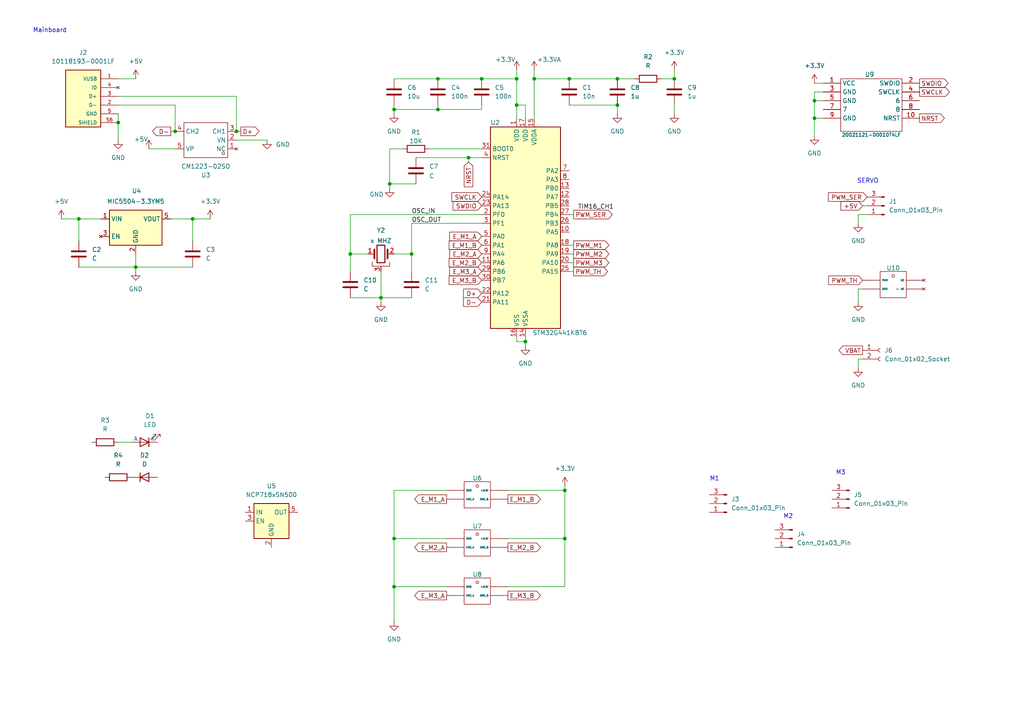
<source format=kicad_sch>
(kicad_sch (version 20250114) (generator "eeschema") (generator_version "9.0")
  (paper "A4")
  (title_block (title "Mainboard & motor driver schematic") (rev "1") (company "Team 1.9 TDI"))
  (text "M1\n" (at 207.264 138.938 0) (effects (font (size 1.27 1.27))))
  (text "M3" (at 243.84 137.16 0) (effects (font (size 1.27 1.27))))
  (text "SERVO\n" (at 251.714 52.578 0) (effects (font (size 1.27 1.27))))
  (text "M3" (at 510.54 103.632 0) (effects (font (size 2.54 2.54))))
  (text "M2" (at 430.276 102.87 0) (effects (font (size 2.54 2.54))))
  (text "M2\n" (at 228.6 149.86 0) (effects (font (size 1.27 1.27))))
  (text "Mainboard" (at 14.478 8.89 0) (effects (font (size 1.27 1.27))))
  (text "M1\n" (at 343.916 102.108 0) (effects (font (size 2.54 2.54))))
  (junction (at 532.13 73.66))
  (junction (at 435.61 88.9))
  (junction (at 420.37 27.94))
  (junction (at 427.99 88.9))
  (junction (at 491.49 16.51))
  (junction (at 449.58 69.85))
  (junction (at 349.25 87.63))
  (junction (at 354.33 26.67))
  (junction (at 537.21 24.13))
  (junction (at 127 22.86))
  (junction (at 500.38 29.21))
  (junction (at 532.13 63.5))
  (junction (at 179.07 22.86))
  (junction (at 365.76 71.12))
  (junction (at 334.01 13.97))
  (junction (at 351.79 13.97))
  (junction (at 365.76 60.96))
  (junction (at 351.79 87.63))
  (junction (at 449.58 64.77))
  (junction (at 113.03 53.34))
  (junction (at 50.8 38.1))
  (junction (at 408.94 15.24))
  (junction (at 520.7 29.21))
  (junction (at 55.88 63.5))
  (junction (at 114.3 170.18))
  (junction (at 435.61 27.94))
  (junction (at 532.13 66.04))
  (junction (at 154.94 22.86))
  (junction (at 449.58 72.39))
  (junction (at 438.15 27.94))
  (junction (at 135.89 45.72))
  (junction (at 119.38 73.66))
  (junction (at 179.07 30.48))
  (junction (at 325.12 13.97))
  (junction (at 532.13 71.12))
  (junction (at 149.86 22.86))
  (junction (at 236.22 29.21))
  (junction (at 518.16 90.17))
  (junction (at 39.37 77.47))
  (junction (at 114.3 31.75))
  (junction (at 236.22 34.29))
  (junction (at 365.76 63.5))
  (junction (at 370.84 21.59))
  (junction (at 165.1 22.86))
  (junction (at 398.78 22.86))
  (junction (at 433.07 88.9))
  (junction (at 351.79 26.67))
  (junction (at 101.6 73.66))
  (junction (at 454.66 22.86))
  (junction (at 344.17 87.63))
  (junction (at 149.86 30.48))
  (junction (at 163.83 156.21))
  (junction (at 502.92 29.21))
  (junction (at 365.76 68.58))
  (junction (at 425.45 88.9))
  (junction (at 110.49 86.36))
  (junction (at 481.33 24.13))
  (junction (at 443.23 15.24))
  (junction (at 417.83 27.94))
  (junction (at 139.7 22.86))
  (junction (at 342.9 13.97))
  (junction (at 525.78 16.51))
  (junction (at 152.4 99.06))
  (junction (at 68.58 38.1))
  (junction (at 22.86 63.5))
  (junction (at 163.83 142.24))
  (junction (at 336.55 26.67))
  (junction (at 426.72 15.24))
  (junction (at 500.38 16.51))
  (junction (at 195.58 22.86))
  (junction (at 509.27 16.51))
  (junction (at 341.63 87.63))
  (junction (at 346.71 87.63))
  (junction (at 127 31.75))
  (junction (at 513.08 90.17))
  (junction (at 114.3 156.21))
  (junction (at 430.53 88.9))
  (junction (at 34.29 35.56))
  (junction (at 417.83 15.24))
  (junction (at 449.58 62.23))
  (junction (at 518.16 16.51))
  (junction (at 515.62 90.17))
  (junction (at 510.54 90.17))
  (junction (at 334.01 26.67))
  (junction (at 518.16 29.21))
  (junction (at 314.96 21.59))
  (junction (at 508 90.17))
  (junction (at 435.61 15.24))
  (junction (at 359.41 13.97))
  (wire (pts (xy 398.78 15.24) (xy 408.94 15.24)))
  (wire (pts (xy 334.01 26.67) (xy 336.55 26.67)))
  (wire (pts (xy 449.58 69.85) (xy 449.58 72.39)))
  (wire (pts (xy 525.78 16.51) (xy 537.21 16.51)))
  (wire (pts (xy 195.58 22.86) (xy 195.58 20.32)))
  (wire (pts (xy 365.76 66.04) (xy 365.76 68.58)))
  (wire (pts (xy 481.33 24.13) (xy 481.33 26.67)))
  (wire (pts (xy 449.58 72.39) (xy 452.12 72.39)))
  (wire (pts (xy 49.53 63.5) (xy 55.88 63.5)))
  (wire (pts (xy 532.13 60.96) (xy 532.13 63.5)))
  (wire (pts (xy 500.38 16.51) (xy 509.27 16.51)))
  (wire (pts (xy 433.07 88.9) (xy 435.61 88.9)))
  (wire (pts (xy 39.37 78.74) (xy 39.37 77.47)))
  (wire (pts (xy 314.96 13.97) (xy 325.12 13.97)))
  (wire (pts (xy 481.33 24.13) (xy 491.49 24.13)))
  (wire (pts (xy 491.49 16.51) (xy 500.38 16.51)))
  (wire (pts (xy 50.8 38.1) (xy 49.53 38.1)))
  (wire (pts (xy 34.29 128.27) (xy 38.1 128.27)))
  (wire (pts (xy 124.46 43.18) (xy 139.7 43.18)))
  (wire (pts (xy 106.68 73.66) (xy 101.6 73.66)))
  (wire (pts (xy 152.4 99.06) (xy 152.4 100.33)))
  (wire (pts (xy 518.16 29.21) (xy 520.7 29.21)))
  (wire (pts (xy 119.38 73.66) (xy 119.38 78.74)))
  (wire (pts (xy 508 90.17) (xy 505.46 90.17)))
  (wire (pts (xy 398.78 22.86) (xy 408.94 22.86)))
  (wire (pts (xy 351.79 13.97) (xy 359.41 13.97)))
  (wire (pts (xy 438.15 27.94) (xy 440.69 27.94)))
  (wire (pts (xy 149.86 30.48) (xy 149.86 34.29)))
  (wire (pts (xy 43.18 43.18) (xy 50.8 43.18)))
  (wire (pts (xy 532.13 73.66) (xy 534.67 73.66)))
  (wire (pts (xy 101.6 73.66) (xy 101.6 78.74)))
  (wire (pts (xy 179.07 22.86) (xy 184.15 22.86)))
  (wire (pts (xy 166.37 71.12) (xy 165.1 71.12)))
  (wire (pts (xy 532.13 68.58) (xy 532.13 71.12)))
  (wire (pts (xy 435.61 15.24) (xy 435.61 27.94)))
  (wire (pts (xy 34.29 30.48) (xy 50.8 30.48)))
  (wire (pts (xy 509.27 10.16) (xy 509.27 16.51)))
  (wire (pts (xy 481.33 16.51) (xy 491.49 16.51)))
  (wire (pts (xy 513.08 90.17) (xy 515.62 90.17)))
  (wire (pts (xy 248.92 106.68) (xy 248.92 104.14)))
  (wire (pts (xy 236.22 24.13) (xy 238.76 24.13)))
  (wire (pts (xy 365.76 63.5) (xy 368.3 63.5)))
  (wire (pts (xy 365.76 71.12) (xy 368.3 71.12)))
  (wire (pts (xy 114.3 170.18) (xy 129.54 170.18)))
  (wire (pts (xy 34.29 27.94) (xy 68.58 27.94)))
  (wire (pts (xy 236.22 26.67) (xy 236.22 29.21)))
  (wire (pts (xy 248.92 104.14) (xy 250.19 104.14)))
  (wire (pts (xy 114.3 142.24) (xy 129.54 142.24)))
  (wire (pts (xy 250.19 59.69) (xy 251.46 59.69)))
  (wire (pts (xy 248.92 83.82) (xy 250.19 83.82)))
  (wire (pts (xy 417.83 15.24) (xy 417.83 27.94)))
  (wire (pts (xy 449.58 67.31) (xy 449.58 69.85)))
  (wire (pts (xy 119.38 64.77) (xy 139.7 64.77)))
  (wire (pts (xy 114.3 31.75) (xy 114.3 30.48)))
  (wire (pts (xy 165.1 22.86) (xy 179.07 22.86)))
  (wire (pts (xy 147.32 170.18) (xy 163.83 170.18)))
  (wire (pts (xy 34.29 33.02) (xy 34.29 35.56)))
  (wire (pts (xy 336.55 26.67) (xy 339.09 26.67)))
  (wire (pts (xy 165.1 78.74) (xy 166.37 78.74)))
  (wire (pts (xy 195.58 30.48) (xy 195.58 33.02)))
  (wire (pts (xy 351.79 13.97) (xy 351.79 26.67)))
  (wire (pts (xy 509.27 16.51) (xy 518.16 16.51)))
  (wire (pts (xy 114.3 170.18) (xy 114.3 180.34)))
  (wire (pts (xy 370.84 21.59) (xy 370.84 24.13)))
  (wire (pts (xy 127 22.86) (xy 139.7 22.86)))
  (wire (pts (xy 101.6 73.66) (xy 101.6 62.23)))
  (wire (pts (xy 154.94 20.32) (xy 154.94 22.86)))
  (wire (pts (xy 342.9 10.16) (xy 342.9 13.97)))
  (wire (pts (xy 365.76 68.58) (xy 365.76 71.12)))
  (wire (pts (xy 114.3 31.75) (xy 114.3 33.02)))
  (wire (pts (xy 325.12 13.97) (xy 334.01 13.97)))
  (wire (pts (xy 435.61 27.94) (xy 438.15 27.94)))
  (wire (pts (xy 101.6 86.36) (xy 110.49 86.36)))
  (wire (pts (xy 365.76 58.42) (xy 365.76 60.96)))
  (wire (pts (xy 110.49 86.36) (xy 110.49 87.63)))
  (wire (pts (xy 532.13 71.12) (xy 532.13 73.66)))
  (wire (pts (xy 68.58 27.94) (xy 68.58 38.1)))
  (wire (pts (xy 518.16 90.17) (xy 518.16 92.71)))
  (wire (pts (xy 135.89 45.72) (xy 135.89 46.99)))
  (wire (pts (xy 342.9 13.97) (xy 351.79 13.97)))
  (wire (pts (xy 435.61 15.24) (xy 443.23 15.24)))
  (wire (pts (xy 430.53 88.9) (xy 433.07 88.9)))
  (wire (pts (xy 165.1 73.66) (xy 166.37 73.66)))
  (wire (pts (xy 101.6 62.23) (xy 139.7 62.23)))
  (wire (pts (xy 238.76 26.67) (xy 236.22 26.67)))
  (wire (pts (xy 236.22 29.21) (xy 238.76 29.21)))
  (wire (pts (xy 165.1 22.86) (xy 154.94 22.86)))
  (wire (pts (xy 22.86 77.47) (xy 39.37 77.47)))
  (wire (pts (xy 113.03 43.18) (xy 113.03 53.34)))
  (wire (pts (xy 532.13 66.04) (xy 534.67 66.04)))
  (wire (pts (xy 127 31.75) (xy 114.3 31.75)))
  (wire (pts (xy 113.03 43.18) (xy 116.84 43.18)))
  (wire (pts (xy 163.83 156.21) (xy 163.83 142.24)))
  (wire (pts (xy 342.9 13.97) (xy 334.01 13.97)))
  (wire (pts (xy 152.4 34.29) (xy 152.4 30.48)))
  (wire (pts (xy 114.3 142.24) (xy 114.3 156.21)))
  (wire (pts (xy 110.49 86.36) (xy 119.38 86.36)))
  (wire (pts (xy 334.01 13.97) (xy 334.01 26.67)))
  (wire (pts (xy 500.38 29.21) (xy 502.92 29.21)))
  (wire (pts (xy 39.37 73.66) (xy 39.37 77.47)))
  (wire (pts (xy 425.45 88.9) (xy 422.91 88.9)))
  (wire (pts (xy 449.58 59.69) (xy 449.58 62.23)))
  (wire (pts (xy 236.22 34.29) (xy 236.22 39.37)))
  (wire (pts (xy 191.77 22.86) (xy 195.58 22.86)))
  (wire (pts (xy 149.86 97.79) (xy 149.86 99.06)))
  (wire (pts (xy 34.29 35.56) (xy 34.29 40.64)))
  (wire (pts (xy 341.63 87.63) (xy 339.09 87.63)))
  (wire (pts (xy 127 30.48) (xy 127 31.75)))
  (wire (pts (xy 50.8 30.48) (xy 50.8 38.1)))
  (wire (pts (xy 314.96 21.59) (xy 314.96 24.13)))
  (wire (pts (xy 354.33 26.67) (xy 356.87 26.67)))
  (wire (pts (xy 443.23 15.24) (xy 454.66 15.24)))
  (wire (pts (xy 154.94 22.86) (xy 154.94 34.29)))
  (wire (pts (xy 365.76 60.96) (xy 365.76 63.5)))
  (wire (pts (xy 139.7 30.48) (xy 139.7 31.75)))
  (wire (pts (xy 454.66 22.86) (xy 454.66 25.4)))
  (wire (pts (xy 77.47 40.64) (xy 68.58 40.64)))
  (wire (pts (xy 149.86 20.32) (xy 149.86 22.86)))
  (wire (pts (xy 351.79 87.63) (xy 351.79 90.17)))
  (wire (pts (xy 520.7 29.21) (xy 523.24 29.21)))
  (wire (pts (xy 147.32 142.24) (xy 163.83 142.24)))
  (wire (pts (xy 165.1 30.48) (xy 179.07 30.48)))
  (wire (pts (xy 34.29 22.86) (xy 39.37 22.86)))
  (wire (pts (xy 251.46 62.23) (xy 248.92 62.23)))
  (wire (pts (xy 163.83 170.18) (xy 163.83 156.21)))
  (wire (pts (xy 114.3 156.21) (xy 114.3 170.18)))
  (wire (pts (xy 537.21 24.13) (xy 537.21 26.67)))
  (wire (pts (xy 114.3 73.66) (xy 119.38 73.66)))
  (wire (pts (xy 314.96 21.59) (xy 325.12 21.59)))
  (wire (pts (xy 248.92 62.23) (xy 248.92 64.77)))
  (wire (pts (xy 502.92 29.21) (xy 505.46 29.21)))
  (wire (pts (xy 426.72 11.43) (xy 426.72 15.24)))
  (wire (pts (xy 408.94 15.24) (xy 417.83 15.24)))
  (wire (pts (xy 149.86 99.06) (xy 152.4 99.06)))
  (wire (pts (xy 147.32 156.21) (xy 163.83 156.21)))
  (wire (pts (xy 22.86 69.85) (xy 22.86 63.5)))
  (wire (pts (xy 55.88 69.85) (xy 55.88 63.5)))
  (wire (pts (xy 163.83 140.97) (xy 163.83 142.24)))
  (wire (pts (xy 179.07 30.48) (xy 179.07 33.02)))
  (wire (pts (xy 248.92 87.63) (xy 248.92 83.82)))
  (wire (pts (xy 420.37 27.94) (xy 422.91 27.94)))
  (wire (pts (xy 417.83 27.94) (xy 420.37 27.94)))
  (wire (pts (xy 55.88 63.5) (xy 60.96 63.5)))
  (wire (pts (xy 426.72 15.24) (xy 435.61 15.24)))
  (wire (pts (xy 236.22 34.29) (xy 238.76 34.29)))
  (wire (pts (xy 351.79 26.67) (xy 354.33 26.67)))
  (wire (pts (xy 114.3 22.86) (xy 127 22.86)))
  (wire (pts (xy 518.16 16.51) (xy 525.78 16.51)))
  (wire (pts (xy 165.1 76.2) (xy 166.37 76.2)))
  (wire (pts (xy 430.53 88.9) (xy 427.99 88.9)))
  (wire (pts (xy 120.65 45.72) (xy 135.89 45.72)))
  (wire (pts (xy 525.78 24.13) (xy 537.21 24.13)))
  (wire (pts (xy 515.62 90.17) (xy 518.16 90.17)))
  (wire (pts (xy 110.49 78.74) (xy 110.49 86.36)))
  (wire (pts (xy 113.03 53.34) (xy 120.65 53.34)))
  (wire (pts (xy 39.37 77.47) (xy 55.88 77.47)))
  (wire (pts (xy 119.38 73.66) (xy 119.38 64.77)))
  (wire (pts (xy 69.85 38.1) (xy 68.58 38.1)))
  (wire (pts (xy 427.99 88.9) (xy 425.45 88.9)))
  (wire (pts (xy 346.71 87.63) (xy 349.25 87.63)))
  (wire (pts (xy 398.78 22.86) (xy 398.78 25.4)))
  (wire (pts (xy 443.23 22.86) (xy 454.66 22.86)))
  (wire (pts (xy 518.16 16.51) (xy 518.16 29.21)))
  (wire (pts (xy 449.58 62.23) (xy 449.58 64.77)))
  (wire (pts (xy 17.78 63.5) (xy 22.86 63.5)))
  (wire (pts (xy 127 31.75) (xy 139.7 31.75)))
  (wire (pts (xy 113.03 53.34) (xy 113.03 54.61)))
  (wire (pts (xy 152.4 97.79) (xy 152.4 99.06)))
  (wire (pts (xy 359.41 21.59) (xy 370.84 21.59)))
  (wire (pts (xy 135.89 45.72) (xy 139.7 45.72)))
  (wire (pts (xy 435.61 88.9) (xy 435.61 91.44)))
  (wire (pts (xy 346.71 87.63) (xy 344.17 87.63)))
  (wire (pts (xy 149.86 22.86) (xy 149.86 30.48)))
  (wire (pts (xy 139.7 22.86) (xy 149.86 22.86)))
  (wire (pts (xy 449.58 64.77) (xy 452.12 64.77)))
  (wire (pts (xy 114.3 156.21) (xy 129.54 156.21)))
  (wire (pts (xy 500.38 16.51) (xy 500.38 29.21)))
  (wire (pts (xy 513.08 90.17) (xy 510.54 90.17)))
  (wire (pts (xy 149.86 30.48) (xy 152.4 30.48)))
  (wire (pts (xy 359.41 13.97) (xy 370.84 13.97)))
  (wire (pts (xy 532.13 63.5) (xy 532.13 66.04)))
  (wire (pts (xy 426.72 15.24) (xy 417.83 15.24)))
  (wire (pts (xy 510.54 90.17) (xy 508 90.17)))
  (wire (pts (xy 349.25 87.63) (xy 351.79 87.63)))
  (wire (pts (xy 236.22 29.21) (xy 236.22 34.29)))
  (wire (pts (xy 344.17 87.63) (xy 341.63 87.63)))
  (wire (pts (xy 165.1 62.23) (xy 166.37 62.23)))
  (wire (pts (xy 22.86 63.5) (xy 29.21 63.5)))
  (label "OSC_IN" (at 119.38 62.23 0))
  (label "TIM16_CH1" (at 167.64 60.96 0))
  (label "OSC_OUT" (at 119.38 64.77 0))
  (global_label "VBAT" (shape input) (at 426.72 11.43 90) (property "Intersheetrefs" "${INTERSHEET_REFS}" (effects (hide yes))))
  (global_label "D-" (shape input) (at 139.7 87.63 180) (property "Intersheetrefs" "${INTERSHEET_REFS}" (effects (hide yes))))
  (global_label "E_M2_A" (shape output) (at 129.54 158.75 180) (property "Intersheetrefs" "${INTERSHEET_REFS}" (effects (hide yes))))
  (global_label "D-" (shape output) (at 49.53 38.1 180) (property "Intersheetrefs" "${INTERSHEET_REFS}" (effects (hide yes))))
  (global_label "+5V" (shape input) (at 250.19 59.69 180) (property "Intersheetrefs" "${INTERSHEET_REFS}" (effects (hide yes))))
  (global_label "E_M3_B" (shape output) (at 147.32 172.72 0) (property "Intersheetrefs" "${INTERSHEET_REFS}" (effects (hide yes))))
  (global_label "E_M2_B" (shape output) (at 147.32 158.75 0) (property "Intersheetrefs" "${INTERSHEET_REFS}" (effects (hide yes))))
  (global_label "NRST" (shape output) (at 266.7 34.29 0) (property "Intersheetrefs" "${INTERSHEET_REFS}" (effects (hide yes))))
  (global_label "E_M1_A" (shape input) (at 139.7 68.58 180) (property "Intersheetrefs" "${INTERSHEET_REFS}" (effects (hide yes))))
  (global_label "VBAT" (shape input) (at 509.27 10.16 90) (property "Intersheetrefs" "${INTERSHEET_REFS}" (effects (hide yes))))
  (global_label "PWM_M3" (shape output) (at 166.37 76.2 0) (property "Intersheetrefs" "${INTERSHEET_REFS}" (effects (hide yes))))
  (global_label "E_M1_A" (shape output) (at 129.54 144.78 180) (property "Intersheetrefs" "${INTERSHEET_REFS}" (effects (hide yes))))
  (global_label "M3_P1_OUT" (shape output) (at 534.67 73.66 0) (property "Intersheetrefs" "${INTERSHEET_REFS}" (effects (hide yes))))
  (global_label "D+" (shape output) (at 69.85 38.1 0) (property "Intersheetrefs" "${INTERSHEET_REFS}" (effects (hide yes))))
  (global_label "PWM_M2" (shape input) (at 408.94 69.85 180) (property "Intersheetrefs" "${INTERSHEET_REFS}" (effects (hide yes))))
  (global_label "SWDIO" (shape output) (at 266.7 24.13 0) (property "Intersheetrefs" "${INTERSHEET_REFS}" (effects (hide yes))))
  (global_label "PWM_TH" (shape output) (at 166.37 78.74 0) (property "Intersheetrefs" "${INTERSHEET_REFS}" (effects (hide yes))))
  (global_label "SWDIO" (shape input) (at 139.7 59.69 180) (property "Intersheetrefs" "${INTERSHEET_REFS}" (effects (hide yes))))
  (global_label "E_M1_B" (shape input) (at 139.7 71.12 180) (property "Intersheetrefs" "${INTERSHEET_REFS}" (effects (hide yes))))
  (global_label "E_M3_A" (shape input) (at 139.7 78.74 180) (property "Intersheetrefs" "${INTERSHEET_REFS}" (effects (hide yes))))
  (global_label "VBAT" (shape output) (at 250.19 101.6 180) (property "Intersheetrefs" "${INTERSHEET_REFS}" (effects (hide yes))))
  (global_label "D+" (shape input) (at 139.7 85.09 180) (property "Intersheetrefs" "${INTERSHEET_REFS}" (effects (hide yes))))
  (global_label "PWM_TH" (shape input) (at 250.19 81.28 180) (property "Intersheetrefs" "${INTERSHEET_REFS}" (effects (hide yes))))
  (global_label "E_M1_B" (shape output) (at 147.32 144.78 0) (property "Intersheetrefs" "${INTERSHEET_REFS}" (effects (hide yes))))
  (global_label "E_M2_A" (shape input) (at 139.7 73.66 180) (property "Intersheetrefs" "${INTERSHEET_REFS}" (effects (hide yes))))
  (global_label "E_M3_B" (shape input) (at 139.7 81.28 180) (property "Intersheetrefs" "${INTERSHEET_REFS}" (effects (hide yes))))
  (global_label "M1_P1_OUT" (shape output) (at 368.3 71.12 0) (property "Intersheetrefs" "${INTERSHEET_REFS}" (effects (hide yes))))
  (global_label "M1_P1_OUT" (shape output) (at 452.12 72.39 0) (property "Intersheetrefs" "${INTERSHEET_REFS}" (effects (hide yes))))
  (global_label "SWCLK" (shape input) (at 139.7 57.15 180) (property "Intersheetrefs" "${INTERSHEET_REFS}" (effects (hide yes))))
  (global_label "NRST" (shape input) (at 135.89 46.99 270) (property "Intersheetrefs" "${INTERSHEET_REFS}" (effects (hide yes))))
  (global_label "SWCLK" (shape output) (at 266.7 26.67 0) (property "Intersheetrefs" "${INTERSHEET_REFS}" (effects (hide yes))))
  (global_label "M3_P2_OUT" (shape output) (at 534.67 66.04 0) (property "Intersheetrefs" "${INTERSHEET_REFS}" (effects (hide yes))))
  (global_label "M1_P2_OUT" (shape output) (at 368.3 63.5 0) (property "Intersheetrefs" "${INTERSHEET_REFS}" (effects (hide yes))))
  (global_label "PWM_M3" (shape input) (at 491.49 71.12 180) (property "Intersheetrefs" "${INTERSHEET_REFS}" (effects (hide yes))))
  (global_label "PWM_SER" (shape input) (at 251.46 57.15 180) (property "Intersheetrefs" "${INTERSHEET_REFS}" (effects (hide yes))))
  (global_label "VBAT" (shape input) (at 342.9 10.16 90) (property "Intersheetrefs" "${INTERSHEET_REFS}" (effects (hide yes))))
  (global_label "M2_P2_OUT" (shape output) (at 452.12 64.77 0) (property "Intersheetrefs" "${INTERSHEET_REFS}" (effects (hide yes))))
  (global_label "E_M3_A" (shape output) (at 129.54 172.72 180) (property "Intersheetrefs" "${INTERSHEET_REFS}" (effects (hide yes))))
  (global_label "PWM_SER" (shape output) (at 166.37 62.23 0) (property "Intersheetrefs" "${INTERSHEET_REFS}" (effects (hide yes))))
  (global_label "PWM_M2" (shape output) (at 166.37 73.66 0) (property "Intersheetrefs" "${INTERSHEET_REFS}" (effects (hide yes))))
  (global_label "PWM_M1" (shape output) (at 166.37 71.12 0) (property "Intersheetrefs" "${INTERSHEET_REFS}" (effects (hide yes))))
  (global_label "PWM_M1" (shape input) (at 325.12 68.58 180) (property "Intersheetrefs" "${INTERSHEET_REFS}" (effects (hide yes))))
  (global_label "E_M2_B" (shape input) (at 139.7 76.2 180) (property "Intersheetrefs" "${INTERSHEET_REFS}" (effects (hide yes))))
  (symbol (lib_id "power:+3.3V") (at 236.22 24.13 0) (unit 1)
    (property "Reference" "#PWR013" (effects (hide yes)))
    (property "Value" "+3.3V" (at 236.22 19.05 0))
    (property "Description" "Power symbol creates a global label with name \"+3.3V\"" (effects (hide yes)))
  )
  (symbol (lib_id "power:GND") (at 152.4 100.33 0) (unit 1)
    (property "Reference" "#PWR6" (effects (hide yes)))
    (property "Value" "GND" (at 152.4 105.41 0))
    (property "Description" "Power symbol creates a global label with name \"GND\" , ground" (effects (hide yes)))
  )
  (symbol (lib_id "power:GND") (at 77.47 40.64 0) (unit 1)
    (property "Reference" "#PWR4" (effects (hide yes)))
    (property "Value" "GND" (at 80.01 41.9099 0) (effects (justify left)))
    (property "Description" "Power symbol creates a global label with name \"GND\" , ground" (effects (hide yes)))
  )
  (symbol (lib_id "Device:C") (at 314.96 17.78 0) (unit 1)
    (property "Reference" "C14" (at 318.77 16.5099 0) (effects (justify left)))
    (property "Value" "C" (at 318.77 19.0499 0) (effects (justify left)))
    (property "Description" "Unpolarized capacitor" (effects (hide yes)))
  )
  (symbol (lib_id "power:GND") (at 370.84 24.13 0) (unit 1)
    (property "Reference" "#PWR026" (effects (hide yes)))
    (property "Value" "GND" (at 370.84 29.21 0))
    (property "Description" "Power symbol creates a global label with name \"GND\" , ground" (effects (hide yes)))
  )
  (symbol (lib_id "power:GND") (at 518.16 92.71 0) (unit 1)
    (property "Reference" "#PWR031" (effects (hide yes)))
    (property "Value" "GND" (at 518.16 97.79 0))
    (property "Description" "Power symbol creates a global label with name \"GND\" , ground" (effects (hide yes)))
  )
  (symbol (lib_id "Device:C") (at 119.38 82.55 0) (unit 1)
    (property "Reference" "C11" (at 123.19 81.2799 0) (effects (justify left)))
    (property "Value" "C" (at 123.19 83.8199 0) (effects (justify left)))
    (property "Description" "Unpolarized capacitor" (effects (hide yes)))
  )
  (symbol (lib_id "Connector:Conn_01x03_Pin") (at 246.38 144.78 180) (unit 1)
    (property "Reference" "J5" (at 247.65 143.5099 0) (effects (justify right)))
    (property "Value" "Conn_01x03_Pin" (at 247.65 146.0499 0) (effects (justify right)))
    (property "Description" "Generic connector, single row, 01x03, script generated" (effects (hide yes)))
  )
  (symbol (lib_id "Device:C") (at 55.88 73.66 0) (unit 1)
    (property "Reference" "C3" (at 59.69 72.3899 0) (effects (justify left)))
    (property "Value" "C" (at 59.69 74.9299 0) (effects (justify left)))
    (property "Description" "Unpolarized capacitor" (effects (hide yes)))
  )
  (symbol (lib_id "Device:C") (at 179.07 26.67 0) (unit 1)
    (property "Reference" "C8" (at 182.88 25.3999 0) (effects (justify left)))
    (property "Value" "1u" (at 182.88 27.9399 0) (effects (justify left)))
    (property "Description" "Unpolarized capacitor" (effects (hide yes)))
  )
  (symbol (lib_id "Regulator_Linear:MIC5504-3.3YM5") (at 39.37 66.04 0) (unit 1)
    (property "Reference" "U4" (at 39.624 55.372 0))
    (property "Value" "MIC5504-3.3YM5" (at 39.37 58.42 0))
    (property "Footprint" "Package_TO_SOT_SMD:SOT-23-5" (effects (hide yes)))
    (property "Datasheet" "http://ww1.microchip.com/downloads/en/DeviceDoc/MIC550X.pdf" (effects (hide yes)))
    (property "Description" "300mA Low-dropout Voltage Regulator, Vout 3.3V, Vin up to 5.5V, SOT-23" (effects (hide yes)))
  )
  (symbol (lib_id "power:GND") (at 114.3 33.02 0) (unit 1)
    (property "Reference" "#PWR7" (effects (hide yes)))
    (property "Value" "GND" (at 114.3 38.1 0))
    (property "Description" "Power symbol creates a global label with name \"GND\" , ground" (effects (hide yes)))
  )
  (symbol (lib_id "Device:C") (at 454.66 19.05 0) (unit 1)
    (property "Reference" "C19" (at 458.47 17.7799 0) (effects (justify left)))
    (property "Value" "C" (at 458.47 20.3199 0) (effects (justify left)))
    (property "Description" "Unpolarized capacitor" (effects (hide yes)))
  )
  (symbol (lib_id "Connector:20021121-00010T4LF") (at 254 31.75 0) (unit 1)
    (property "Reference" "U9" (at 252.222 21.59 0))
    (property "Value" "20021121-00010T4LF" (at 252.73 39.116 0) (effects (font (size 1 1))))
    (property "Footprint" "ProLib_pcs_2025-09-19 (1):HDR-SMD_10P-P1.27-V-M-R2-C5-S1.27-LS5.5" (effects (hide yes)))
    (property "Datasheet" "https://item.szlcsc.com/datasheet/20021121-00010T4LF/627156.html" (effects (hide yes)))
    (property "Description" "Pitch:1.27mm Row Spacing:1.27mm Mounting Type:Surface Mount,Vertical Number of Rows:2 Number of Pins:10P Current Rating:1A Voltage Rating (Max):125V Contact Material:Copper Alloy Contact Plating:Tin Operating Temperature:-55°C~+125°C Operating Temperature:-" (effects (hide yes)))
    (property "Manufacturer Part" "20021121-00010T4LF" (effects (hide yes)))
    (property "Manufacturer" "Amphenol" (effects (hide yes)))
    (property "Supplier Part" "C598540" (effects (hide yes)))
    (property "Supplier" "LCSC" (effects (hide yes)))
    (property "LCSC Part Name" "间距:1.27mm 立贴" (effects (hide yes)))
  )
  (symbol (lib_id "power:+5V") (at 39.37 22.86 0) (unit 1)
    (property "Reference" "#PWR05" (effects (hide yes)))
    (property "Value" "+5V" (at 39.37 17.78 0))
    (property "Description" "Power symbol creates a global label with name \"+5V\"" (effects (hide yes)))
  )
  (symbol (lib_id "Connector:Conn_01x03_Pin") (at 256.54 59.69 180) (unit 1)
    (property "Reference" "J1" (at 257.81 58.4199 0) (effects (justify right)))
    (property "Value" "Conn_01x03_Pin" (at 257.81 60.9599 0) (effects (justify right)))
    (property "Description" "Generic connector, single row, 01x03, script generated" (effects (hide yes)))
  )
  (symbol (lib_id "Device:C") (at 127 26.67 0) (unit 1)
    (property "Reference" "C4" (at 130.81 25.3999 0) (effects (justify left)))
    (property "Value" "100n" (at 130.81 27.9399 0) (effects (justify left)))
    (property "Description" "Unpolarized capacitor" (effects (hide yes)))
  )
  (symbol (lib_id "power:GND") (at 248.92 87.63 0) (unit 1)
    (property "Reference" "#PWR022" (effects (hide yes)))
    (property "Value" "GND" (at 248.92 92.71 0))
    (property "Description" "Power symbol creates a global label with name \"GND\" , ground" (effects (hide yes)))
  )
  (symbol (lib_id "Device:C") (at 398.78 19.05 0) (unit 1)
    (property "Reference" "C16" (at 402.59 17.7799 0) (effects (justify left)))
    (property "Value" "C" (at 402.59 20.3199 0) (effects (justify left)))
    (property "Description" "Unpolarized capacitor" (effects (hide yes)))
  )
  (symbol (lib_id "power:GND") (at 195.58 33.02 0) (unit 1)
    (property "Reference" "#PWR018" (effects (hide yes)))
    (property "Value" "GND" (at 195.58 38.1 0))
    (property "Description" "Power symbol creates a global label with name \"GND\" , ground" (effects (hide yes)))
  )
  (symbol (lib_id "Device:C") (at 359.41 17.78 0) (unit 1)
    (property "Reference" "C13" (at 363.22 16.5099 0) (effects (justify left)))
    (property "Value" "C" (at 363.22 19.0499 0) (effects (justify left)))
    (property "Description" "Unpolarized capacitor" (effects (hide yes)))
  )
  (symbol (lib_id "Power_Protection:CM1223-02SO") (at 59.69 40.64 180) (unit 1)
    (property "Reference" "U3" (at 59.69 50.8 0))
    (property "Value" "CM1223-02SO" (at 59.69 48.26 0))
    (property "Footprint" "imported:SOT-23-5_L2.9-W1.6-P0.95-LS2.8-BR" (effects (hide yes)))
    (property "Datasheet" "https://atta.szlcsc.com/upload/public/pdf/source/20220622/4CDC82DCA6AF757F88C4A753CF892AB9.pdf" (effects (hide yes)))
    (property "Description" "Reverse Stand-Off Voltage (Vrwm):3.3V Maximum Clamping Voltage:8.8V Peak Pulse Current (Ipp):1A@8/20us Breakdown Voltage:6V Type:TVS" (effects (hide yes)))
    (property "Manufacturer Part" "CM1223-02SO" (effects (hide yes)))
    (property "Manufacturer" "onsemi(安森美)" (effects (hide yes)))
    (property "Supplier Part" "C890511" (effects (hide yes)))
    (property "Supplier" "LCSC" (effects (hide yes)))
    (property "LCSC Part Name" "CM1223-02SO" (effects (hide yes)))
  )
  (symbol (lib_id "DRV8243HQDGQRQ1:PDRV8243SDGQQ1") (at 491.49 41.91 0) (unit 1)
    (property "Reference" "U12" (at 511.81 31.75 0) (effects (font (size 1.524 1.524))))
    (property "Value" "PDRV8243SDGQQ1" (at 529.082 83.82 0) (effects (font (size 1.524 1.524))))
    (property "Footprint" "VSSOP_SDGQQ1_TEX" (effects (hide yes)))
    (property "Datasheet" "https://www.ti.com/lit/gpn/drv8243-q1" (effects (hide yes)))
  )
  (symbol (lib_id "DRV8243HQDGQRQ1:PDRV8243SDGQQ1") (at 408.94 40.64 0) (unit 1)
    (property "Reference" "U11" (at 429.26 30.48 0) (effects (font (size 1.524 1.524))))
    (property "Value" "PDRV8243SDGQQ1" (at 446.532 82.55 0) (effects (font (size 1.524 1.524))))
    (property "Footprint" "VSSOP_SDGQQ1_TEX" (effects (hide yes)))
    (property "Datasheet" "https://www.ti.com/lit/gpn/drv8243-q1" (effects (hide yes)))
  )
  (symbol (lib_id "power:GND") (at 236.22 39.37 0) (unit 1)
    (property "Reference" "#PWR014" (effects (hide yes)))
    (property "Value" "GND" (at 236.22 44.45 0))
    (property "Description" "Power symbol creates a global label with name \"GND\" , ground" (effects (hide yes)))
  )
  (symbol (lib_id "10118193-0001LF:10118193-0001LF") (at 24.13 26.67 0) (unit 1)
    (property "Reference" "J2" (at 24.13 15.24 0))
    (property "Value" "10118193-0001LF" (at 24.13 17.78 0))
    (property "Footprint" "10118193-0001LF:AMPHENOL_10118193-0001LF" (effects (hide yes)))
    (property "MF" "FCI" (effects (hide yes)))
    (property "MAXIMUM_PACKAGE_HEIGHT" "2.55 mm" (effects (hide yes)))
    (property "Package" "None" (effects (hide yes)))
    (property "Price" "None" (effects (hide yes)))
    (property "Check_prices" "https://www.snapeda.com/parts/10118193-0001LF/Amphenol+FCI/view-part/?ref=eda" (effects (hide yes)))
    (property "STANDARD" "Manufacturer Recommendations" (effects (hide yes)))
    (property "PARTREV" "E" (effects (hide yes)))
    (property "SnapEDA_Link" "https://www.snapeda.com/parts/10118193-0001LF/Amphenol+FCI/view-part/?ref=snap" (effects (hide yes)))
    (property "MP" "10118193-0001LF" (effects (hide yes)))
    (property "Description_1" "USB - micro B USB 2.0 Receptacle Connector 5 Position Surface Mount, Right Angle; Through Hole" (effects (hide yes)))
    (property "Availability" "In Stock" (effects (hide yes)))
    (property "MANUFACTURER" "Amphenol FCI" (effects (hide yes)))
  )
  (symbol (lib_id "Device:C") (at 537.21 20.32 0) (unit 1)
    (property "Reference" "C23" (at 541.02 19.0499 0) (effects (justify left)))
    (property "Value" "C" (at 541.02 21.5899 0) (effects (justify left)))
    (property "Description" "Unpolarized capacitor" (effects (hide yes)))
  )
  (symbol (lib_id "power:+5V") (at 43.18 43.18 0) (unit 1)
    (property "Reference" "#PWR012" (effects (hide yes)))
    (property "Value" "+5V" (at 40.894 40.386 0))
    (property "Description" "Power symbol creates a global label with name \"+5V\"" (effects (hide yes)))
  )
  (symbol (lib_id "Device:C") (at 408.94 19.05 0) (unit 1)
    (property "Reference" "C17" (at 412.75 17.7799 0) (effects (justify left)))
    (property "Value" "C" (at 412.75 20.3199 0) (effects (justify left)))
    (property "Description" "Unpolarized capacitor" (effects (hide yes)))
  )
  (symbol (lib_id "power:GND") (at 351.79 90.17 0) (unit 1)
    (property "Reference" "#PWR023" (effects (hide yes)))
    (property "Value" "GND" (at 351.79 95.25 0))
    (property "Description" "Power symbol creates a global label with name \"GND\" , ground" (effects (hide yes)))
  )
  (symbol (lib_id "power:GND") (at 398.78 25.4 0) (unit 1)
    (property "Reference" "#PWR027" (effects (hide yes)))
    (property "Value" "GND" (at 398.78 30.48 0))
    (property "Description" "Power symbol creates a global label with name \"GND\" , ground" (effects (hide yes)))
  )
  (symbol (lib_id "Device:R") (at 30.48 128.27 90) (unit 1)
    (property "Reference" "R3" (at 30.48 121.92 90))
    (property "Value" "R" (at 30.48 124.46 90))
    (property "Description" "Resistor" (effects (hide yes)))
  )
  (symbol (lib_id "Device:C") (at 22.86 73.66 0) (unit 1)
    (property "Reference" "C2" (at 26.67 72.3899 0) (effects (justify left)))
    (property "Value" "C" (at 26.67 74.9299 0) (effects (justify left)))
    (property "Description" "Unpolarized capacitor" (effects (hide yes)))
  )
  (symbol (lib_id "Device:C") (at 165.1 26.67 0) (unit 1)
    (property "Reference" "C1" (at 168.91 25.3999 0) (effects (justify left)))
    (property "Value" "10n" (at 168.91 27.9399 0) (effects (justify left)))
    (property "Description" "Unpolarized capacitor" (effects (hide yes)))
  )
  (symbol (lib_id "power:GND") (at 481.33 26.67 0) (unit 1)
    (property "Reference" "#PWR030" (effects (hide yes)))
    (property "Value" "GND" (at 481.33 31.75 0))
    (property "Description" "Power symbol creates a global label with name \"GND\" , ground" (effects (hide yes)))
  )
  (symbol (lib_id "power:GND") (at 435.61 91.44 0) (unit 1)
    (property "Reference" "#PWR028" (effects (hide yes)))
    (property "Value" "GND" (at 435.61 96.52 0))
    (property "Description" "Power symbol creates a global label with name \"GND\" , ground" (effects (hide yes)))
  )
  (symbol (lib_id "power:GND") (at 314.96 24.13 0) (unit 1)
    (property "Reference" "#PWR025" (effects (hide yes)))
    (property "Value" "GND" (at 314.96 29.21 0))
    (property "Description" "Power symbol creates a global label with name \"GND\" , ground" (effects (hide yes)))
  )
  (symbol (lib_id "DRV8243HQDGQRQ1:PDRV8243SDGQQ1") (at 325.12 39.37 0) (unit 1)
    (property "Reference" "U1" (at 345.44 29.21 0) (effects (font (size 1.524 1.524))))
    (property "Value" "PDRV8243SDGQQ1" (at 362.712 81.28 0) (effects (font (size 1.524 1.524))))
    (property "Footprint" "VSSOP_SDGQQ1_TEX" (effects (hide yes)))
    (property "Datasheet" "https://www.ti.com/lit/gpn/drv8243-q1" (effects (hide yes)))
  )
  (symbol (lib_id "Device:Crystal_GND3") (at 110.49 73.66 0) (unit 1)
    (property "Reference" "Y2" (at 110.49 66.802 0))
    (property "Value" "x MHZ" (at 110.49 69.85 0))
    (property "Description" "Three pin crystal, GND on pin 3" (effects (hide yes)))
  )
  (symbol (lib_id "power:+3.3V") (at 60.96 63.5 0) (unit 1)
    (property "Reference" "#PWR10" (effects (hide yes)))
    (property "Value" "+3.3V" (at 60.96 58.42 0))
    (property "Description" "Power symbol creates a global label with name \"+3.3V\"" (effects (hide yes)))
  )
  (symbol (lib_id "power:GND") (at 39.37 78.74 0) (unit 1)
    (property "Reference" "#PWR3" (effects (hide yes)))
    (property "Value" "GND" (at 39.37 83.82 0))
    (property "Description" "Power symbol creates a global label with name \"GND\" , ground" (effects (hide yes)))
  )
  (symbol (lib_id "Device:R") (at 120.65 43.18 90) (unit 1)
    (property "Reference" "R1" (at 120.65 38.354 90))
    (property "Value" "10K" (at 120.65 40.894 90))
    (property "Description" "Resistor" (effects (hide yes)))
  )
  (symbol (lib_id "power:GND") (at 537.21 26.67 0) (unit 1)
    (property "Reference" "#PWR032" (effects (hide yes)))
    (property "Value" "GND" (at 537.21 31.75 0))
    (property "Description" "Power symbol creates a global label with name \"GND\" , ground" (effects (hide yes)))
  )
  (symbol (lib_id "Device:C") (at 114.3 26.67 0) (unit 1)
    (property "Reference" "C6" (at 118.11 25.3999 0) (effects (justify left)))
    (property "Value" "10u" (at 118.11 27.9399 0) (effects (justify left)))
    (property "Description" "Unpolarized capacitor" (effects (hide yes)))
  )
  (symbol (lib_id "power:+3.3VA") (at 154.94 20.32 0) (unit 1)
    (property "Reference" "#PWR016" (effects (hide yes)))
    (property "Value" "+3.3VA" (at 159.258 17.272 0))
    (property "Description" "Power symbol creates a global label with name \"+3.3VA\"" (effects (hide yes)))
  )
  (symbol (lib_id "power:GND") (at 179.07 33.02 0) (unit 1)
    (property "Reference" "#PWR015" (effects (hide yes)))
    (property "Value" "GND" (at 179.07 38.1 0))
    (property "Description" "Power symbol creates a global label with name \"GND\" , ground" (effects (hide yes)))
  )
  (symbol (lib_name "215079-4_2") (lib_id "Connector:215079-4") (at 139.7 158.75 0) (unit 1)
    (property "Reference" "U7" (at 138.43 152.654 0))
    (property "Value" "~" (at 139.7 158.75 0))
    (property "Footprint" "ProLib_pcs_2025-09-19:CONN-TH_4P-P2.54-S2.54_L5.2-W7.1" (effects (hide yes)))
    (property "Datasheet" "https://atta.szlcsc.com/upload/public/pdf/source/20181106/C306160_C0F6687678D8320B9FEA0BB065D7ACFE.pdf" (effects (hide yes)))
    (property "Description" "Pins Structure:2x2P Pitch:2.54mm Mounting Style:Direct Insert Reference Series:- Number of Pins:4P Number of Rows:2 Number of PINs Per Row:2 Row Spacing:2.54mm Contact Material:Phosphor Bronze Contact Plating:Tin Operating Temperature Range:-40°C~+105°C Ope" (effects (hide yes)))
    (property "Manufacturer Part" "215079-4" (effects (hide yes)))
    (property "Manufacturer" "TE Connectivity(泰科电子)" (effects (hide yes)))
    (property "Supplier Part" "C306232" (effects (hide yes)))
    (property "Supplier" "LCSC" (effects (hide yes)))
    (property "LCSC Part Name" "215079-4" (effects (hide yes)))
  )
  (symbol (lib_name "215079-4_3") (lib_id "Connector:215079-4") (at 260.35 83.82 0) (unit 1)
    (property "Reference" "U10" (at 259.08 77.724 0))
    (property "Value" "~" (at 260.35 83.82 0))
    (property "Footprint" "ProLib_pcs_2025-09-19:CONN-TH_4P-P2.54-S2.54_L5.2-W7.1" (effects (hide yes)))
    (property "Datasheet" "https://atta.szlcsc.com/upload/public/pdf/source/20181106/C306160_C0F6687678D8320B9FEA0BB065D7ACFE.pdf" (effects (hide yes)))
    (property "Description" "Pins Structure:2x2P Pitch:2.54mm Mounting Style:Direct Insert Reference Series:- Number of Pins:4P Number of Rows:2 Number of PINs Per Row:2 Row Spacing:2.54mm Contact Material:Phosphor Bronze Contact Plating:Tin Operating Temperature Range:-40°C~+105°C Ope" (effects (hide yes)))
    (property "Manufacturer Part" "215079-4" (effects (hide yes)))
    (property "Manufacturer" "TE Connectivity(泰科电子)" (effects (hide yes)))
    (property "Supplier Part" "C306232" (effects (hide yes)))
    (property "Supplier" "LCSC" (effects (hide yes)))
    (property "LCSC Part Name" "215079-4" (effects (hide yes)))
  )
  (symbol (lib_id "power:GND") (at 454.66 25.4 0) (unit 1)
    (property "Reference" "#PWR029" (effects (hide yes)))
    (property "Value" "GND" (at 454.66 30.48 0))
    (property "Description" "Power symbol creates a global label with name \"GND\" , ground" (effects (hide yes)))
  )
  (symbol (lib_id "Device:C") (at 443.23 19.05 0) (unit 1)
    (property "Reference" "C18" (at 447.04 17.7799 0) (effects (justify left)))
    (property "Value" "C" (at 447.04 20.3199 0) (effects (justify left)))
    (property "Description" "Unpolarized capacitor" (effects (hide yes)))
  )
  (symbol (lib_id "Connector:Conn_01x02_Socket") (at 255.27 101.6 0) (unit 1)
    (property "Reference" "J6" (at 256.54 101.5999 0) (effects (justify left)))
    (property "Value" "Conn_01x02_Socket" (at 256.54 104.1399 0) (effects (justify left)))
    (property "Description" "Generic connector, single row, 01x02, script generated" (effects (hide yes)))
  )
  (symbol (lib_id "power:GND") (at 34.29 40.64 0) (unit 1)
    (property "Reference" "#PWR020" (effects (hide yes)))
    (property "Value" "GND" (at 34.29 45.72 0))
    (property "Description" "Power symbol creates a global label with name \"GND\" , ground" (effects (hide yes)))
  )
  (symbol (lib_id "power:GND") (at 248.92 64.77 0) (unit 1)
    (property "Reference" "#PWR021" (effects (hide yes)))
    (property "Value" "GND" (at 248.92 69.85 0))
    (property "Description" "Power symbol creates a global label with name \"GND\" , ground" (effects (hide yes)))
  )
  (symbol (lib_id "power:GND") (at 248.92 106.68 0) (unit 1)
    (property "Reference" "#PWR024" (effects (hide yes)))
    (property "Value" "GND" (at 248.92 111.76 0))
    (property "Description" "Power symbol creates a global label with name \"GND\" , ground" (effects (hide yes)))
  )
  (symbol (lib_id "Device:C") (at 139.7 26.67 0) (unit 1)
    (property "Reference" "C5" (at 143.51 25.3999 0) (effects (justify left)))
    (property "Value" "100n" (at 143.51 27.9399 0) (effects (justify left)))
    (property "Description" "Unpolarized capacitor" (effects (hide yes)))
  )
  (symbol (lib_id "Connector:Conn_01x03_Pin") (at 210.82 146.05 180) (unit 1)
    (property "Reference" "J3" (at 212.09 144.7799 0) (effects (justify right)))
    (property "Value" "Conn_01x03_Pin" (at 212.09 147.3199 0) (effects (justify right)))
    (property "Description" "Generic connector, single row, 01x03, script generated" (effects (hide yes)))
  )
  (symbol (lib_id "power:+5V") (at 17.78 63.5 0) (unit 1)
    (property "Reference" "#PWR8" (effects (hide yes)))
    (property "Value" "+5V" (at 17.78 58.42 0))
    (property "Description" "Power symbol creates a global label with name \"+5V\"" (effects (hide yes)))
  )
  (symbol (lib_id "Device:D") (at 41.91 138.43 0) (unit 1)
    (property "Reference" "D2" (at 41.91 132.08 0))
    (property "Value" "D" (at 41.91 134.62 0))
    (property "Description" "Diode" (effects (hide yes)))
    (property "Sim.Device" "D" (effects (hide yes)))
    (property "Sim.Pins" "1=K 2=A" (effects (hide yes)))
  )
  (symbol (lib_id "power:+3.3V") (at 149.86 20.32 0) (unit 1)
    (property "Reference" "#PWR11" (effects (hide yes)))
    (property "Value" "+3.3V" (at 146.558 17.272 0))
    (property "Description" "Power symbol creates a global label with name \"+3.3V\"" (effects (hide yes)))
  )
  (symbol (lib_id "Device:C") (at 525.78 20.32 0) (unit 1)
    (property "Reference" "C22" (at 529.59 19.0499 0) (effects (justify left)))
    (property "Value" "C" (at 529.59 21.5899 0) (effects (justify left)))
    (property "Description" "Unpolarized capacitor" (effects (hide yes)))
  )
  (symbol (lib_id "Device:R") (at 187.96 22.86 90) (unit 1)
    (property "Reference" "R2" (at 187.96 16.51 90))
    (property "Value" "R" (at 187.96 19.05 90))
    (property "Description" "Resistor" (effects (hide yes)))
  )
  (symbol (lib_id "power:GND") (at 114.3 180.34 0) (unit 1)
    (property "Reference" "#PWR01" (effects (hide yes)))
    (property "Value" "GND" (at 114.3 185.42 0))
    (property "Description" "Power symbol creates a global label with name \"GND\" , ground" (effects (hide yes)))
  )
  (symbol (lib_id "power:+3.3V") (at 163.83 140.97 0) (unit 1)
    (property "Reference" "#PWR02" (effects (hide yes)))
    (property "Value" "+3.3V" (at 163.83 135.89 0))
    (property "Description" "Power symbol creates a global label with name \"+3.3V\"" (effects (hide yes)))
  )
  (symbol (lib_id "Device:C") (at 481.33 20.32 0) (unit 1)
    (property "Reference" "C20" (at 485.14 19.0499 0) (effects (justify left)))
    (property "Value" "C" (at 485.14 21.5899 0) (effects (justify left)))
    (property "Description" "Unpolarized capacitor" (effects (hide yes)))
  )
  (symbol (lib_id "Device:C") (at 101.6 82.55 0) (unit 1)
    (property "Reference" "C10" (at 105.41 81.2799 0) (effects (justify left)))
    (property "Value" "C" (at 105.41 83.8199 0) (effects (justify left)))
    (property "Description" "Unpolarized capacitor" (effects (hide yes)))
  )
  (symbol (lib_id "Device:C") (at 195.58 26.67 0) (unit 1)
    (property "Reference" "C9" (at 199.39 25.3999 0) (effects (justify left)))
    (property "Value" "1u" (at 199.39 27.9399 0) (effects (justify left)))
    (property "Description" "Unpolarized capacitor" (effects (hide yes)))
  )
  (symbol (lib_id "Device:C") (at 120.65 49.53 0) (unit 1)
    (property "Reference" "C7" (at 124.46 48.2599 0) (effects (justify left)))
    (property "Value" "C" (at 124.46 51.054 0) (effects (justify left)))
    (property "Description" "Unpolarized capacitor" (effects (hide yes)))
  )
  (symbol (lib_id "power:GND") (at 113.03 54.61 0) (unit 1)
    (property "Reference" "#PWR9" (effects (hide yes)))
    (property "Value" "GND" (at 109.22 56.388 0))
    (property "Description" "Power symbol creates a global label with name \"GND\" , ground" (effects (hide yes)))
  )
  (symbol (lib_id "Device:C") (at 491.49 20.32 0) (unit 1)
    (property "Reference" "C21" (at 495.3 19.0499 0) (effects (justify left)))
    (property "Value" "C" (at 495.3 21.5899 0) (effects (justify left)))
    (property "Description" "Unpolarized capacitor" (effects (hide yes)))
  )
  (symbol (lib_id "Device:LED") (at 41.91 128.27 180) (unit 1)
    (property "Reference" "D1" (at 43.4975 120.65 0))
    (property "Value" "LED" (at 43.4975 123.19 0))
    (property "Description" "Light emitting diode" (effects (hide yes)))
    (property "Sim.Pins" "1=K 2=A" (effects (hide yes)))
  )
  (symbol (lib_name "215079-4_1") (lib_id "Connector:215079-4") (at 139.7 144.78 0) (unit 1)
    (property "Reference" "U6" (at 138.43 138.684 0))
    (property "Value" "~" (at 139.7 144.78 0))
    (property "Footprint" "ProLib_pcs_2025-09-19:CONN-TH_4P-P2.54-S2.54_L5.2-W7.1" (effects (hide yes)))
    (property "Datasheet" "https://atta.szlcsc.com/upload/public/pdf/source/20181106/C306160_C0F6687678D8320B9FEA0BB065D7ACFE.pdf" (effects (hide yes)))
    (property "Description" "Pins Structure:2x2P Pitch:2.54mm Mounting Style:Direct Insert Reference Series:- Number of Pins:4P Number of Rows:2 Number of PINs Per Row:2 Row Spacing:2.54mm Contact Material:Phosphor Bronze Contact Plating:Tin Operating Temperature Range:-40°C~+105°C Ope" (effects (hide yes)))
    (property "Manufacturer Part" "215079-4" (effects (hide yes)))
    (property "Manufacturer" "TE Connectivity(泰科电子)" (effects (hide yes)))
    (property "Supplier Part" "C306232" (effects (hide yes)))
    (property "Supplier" "LCSC" (effects (hide yes)))
    (property "LCSC Part Name" "215079-4" (effects (hide yes)))
  )
  (symbol (lib_id "Connector:Conn_01x03_Pin") (at 229.87 156.21 180) (unit 1)
    (property "Reference" "J4" (at 231.14 154.9399 0) (effects (justify right)))
    (property "Value" "Conn_01x03_Pin" (at 231.14 157.4799 0) (effects (justify right)))
    (property "Description" "Generic connector, single row, 01x03, script generated" (effects (hide yes)))
  )
  (symbol (lib_id "MCU_ST_STM32G4:STM32G441KBTx") (at 152.4 62.23 0) (unit 1)
    (property "Reference" "U2" (at 142.24 35.56 0) (effects (justify left)))
    (property "Value" "STM32G441KBT6" (at 154.432 96.52 0) (effects (justify left)))
    (property "Footprint" "Package_QFP:LQFP-32_7x7mm_P0.8mm" (effects (hide yes)))
    (property "Datasheet" "https://www.st.com/resource/en/datasheet/stm32g441kb.pdf" (effects (hide yes)))
    (property "Description" "STMicroelectronics Arm Cortex-M4 MCU, 128KB flash, 32KB RAM, 170 MHz, 1.71-3.6V, 26 GPIO, LQFP32" (effects (hide yes)))
  )
  (symbol (lib_id "power:+3.3V") (at 195.58 20.32 0) (unit 1)
    (property "Reference" "#PWR017" (effects (hide yes)))
    (property "Value" "+3.3V" (at 195.58 15.24 0))
    (property "Description" "Power symbol creates a global label with name \"+3.3V\"" (effects (hide yes)))
  )
  (symbol (lib_id "Device:C") (at 325.12 17.78 0) (unit 1)
    (property "Reference" "C12" (at 328.93 16.5099 0) (effects (justify left)))
    (property "Value" "C" (at 328.93 19.0499 0) (effects (justify left)))
    (property "Description" "Unpolarized capacitor" (effects (hide yes)))
  )
  (symbol (lib_id "power:GND") (at 110.49 87.63 0) (unit 1)
    (property "Reference" "#PWR019" (effects (hide yes)))
    (property "Value" "GND" (at 110.49 92.71 0))
    (property "Description" "Power symbol creates a global label with name \"GND\" , ground" (effects (hide yes)))
  )
  (symbol (lib_id "Regulator_Linear:NCP718xSN500") (at 78.74 151.13 0) (unit 1)
    (property "Reference" "U5" (at 78.74 140.97 0))
    (property "Value" "NCP718xSN500" (at 78.74 143.51 0))
    (property "Footprint" "Package_TO_SOT_SMD:SOT-23-5" (effects (hide yes)))
    (property "Datasheet" "https://www.onsemi.com/pub/Collateral/NCP718-D.PDF" (effects (hide yes)))
    (property "Description" "300-mA, Wide Input Voltage, Low-IQ LDO, 5.0V, SOT-23" (effects (hide yes)))
  )
  (symbol (lib_id "Device:R") (at 34.29 138.43 90) (unit 1)
    (property "Reference" "R4" (at 34.29 132.08 90))
    (property "Value" "R" (at 34.29 134.62 90))
    (property "Description" "Resistor" (effects (hide yes)))
  )
  (symbol (lib_id "Device:C") (at 370.84 17.78 0) (unit 1)
    (property "Reference" "C15" (at 374.65 16.5099 0) (effects (justify left)))
    (property "Value" "C" (at 374.65 19.0499 0) (effects (justify left)))
    (property "Description" "Unpolarized capacitor" (effects (hide yes)))
  )
  (symbol (lib_id "Connector:215079-4") (at 139.7 172.72 0) (unit 1)
    (property "Reference" "U8" (at 138.43 166.624 0))
    (property "Value" "~" (at 139.7 172.72 0))
    (property "Footprint" "ProLib_pcs_2025-09-19:CONN-TH_4P-P2.54-S2.54_L5.2-W7.1" (effects (hide yes)))
    (property "Datasheet" "https://atta.szlcsc.com/upload/public/pdf/source/20181106/C306160_C0F6687678D8320B9FEA0BB065D7ACFE.pdf" (effects (hide yes)))
    (property "Description" "Pins Structure:2x2P Pitch:2.54mm Mounting Style:Direct Insert Reference Series:- Number of Pins:4P Number of Rows:2 Number of PINs Per Row:2 Row Spacing:2.54mm Contact Material:Phosphor Bronze Contact Plating:Tin Operating Temperature Range:-40°C~+105°C Ope" (effects (hide yes)))
    (property "Manufacturer Part" "215079-4" (effects (hide yes)))
    (property "Manufacturer" "TE Connectivity(泰科电子)" (effects (hide yes)))
    (property "Supplier Part" "C306232" (effects (hide yes)))
    (property "Supplier" "LCSC" (effects (hide yes)))
    (property "LCSC Part Name" "215079-4" (effects (hide yes)))
  )
  (sheet (at 297.18 1.27) (size 298.45 200.66) (stroke (width 0.1524))
    (property "Sheetname" "Motor driver" (at 297.18 0.5584 0) (effects (justify left bottom)))
    (property "Sheetfile" "untitled.kicad_sch" (at 297.18 202.5146 0) (effects (justify left top)))
  )
)
</source>
